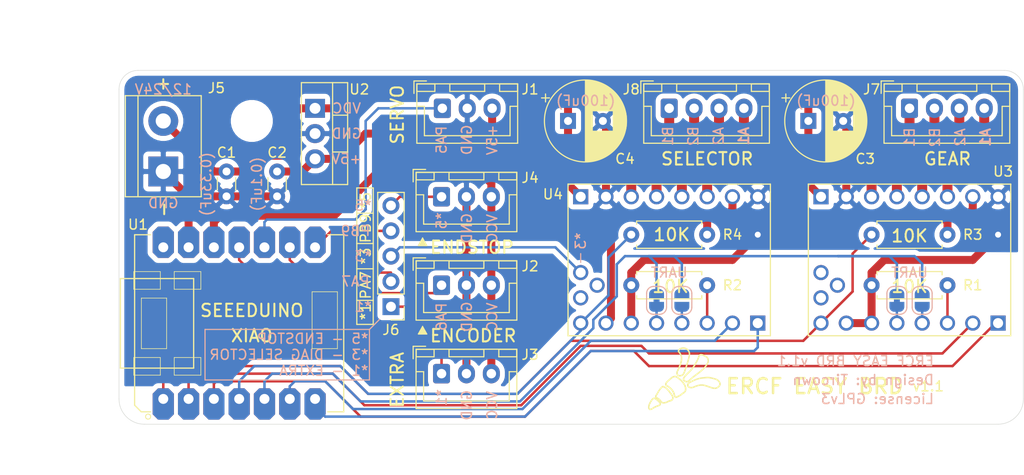
<source format=kicad_pcb>
(kicad_pcb (version 20171130) (host pcbnew "(5.1.9)-1")
  (title_block (title "ERCF EASY BRD") (date 02/06/2021) (rev v1.1) (company "The ERCF fanclub") (comment 1 "by Tircown"))
  (layers (0 F.Cu signal) (31 B.Cu signal) (35 F.Paste user) (36 B.SilkS user) (37 F.SilkS user) (38 B.Mask user) (39 F.Mask user) (44 Edge.Cuts user))
  (net 0 "")
  (net 1 VDC)
  (net 2 GND)
  (net 3 +5V)
  (net 4 "Net-(J3-Pad1)")
  (net 5 "Net-(J4-Pad1)")
  (net 6 ENCODER)
  (net 7 SERVO)
  (net 8 EXTRA)
  (net 9 S-MIN)
  (net 10 +3V3)
  (net 11 G-EN)
  (net 12 "Net-(R2-Pad1)")
  (net 13 S-EN)
  (net 14 UART)
  (net 15 S-STEP)
  (net 16 S-DIR)
  (net 17 G-STEP)
  (net 18 G-DIR)
  (net 19 "Net-(J6-Pad3)")
  (net 20 "Net-(J7-Pad4)")
  (net 21 "Net-(J7-Pad3)")
  (net 22 "Net-(J7-Pad2)")
  (net 23 "Net-(J7-Pad1)")
  (net 24 "Net-(J8-Pad1)")
  (net 25 "Net-(J8-Pad2)")
  (net 26 "Net-(J8-Pad3)")
  (net 27 "Net-(J8-Pad4)")
  (net 28 "Net-(R1-Pad1)")
  (net 29 "Net-(JP8-Pad2)")
  (net 30 "Net-(JP10-Pad2)")
  (net 31 "Net-(JP7-Pad1)")
  (net 32 "Net-(JP9-Pad1)")
  (module ercf-easy-brd:ercf-logo-mini (layer F.Cu) (at 133.604 138.938)
    (fp_text reference G*** hide)
    (fp_text value LOGO hide)
  )
  (module ercf-easy-brd:MODULE_TMC2209_SILENTSTEPSTICK (layer F.Cu) (at 132.08 127 270)
    (fp_text reference U4 (at -6.604 11.684 180) (layer F.SilkS))
    (fp_text value TMC2209_SILENTSTEPSTICK)
    (pad JP1_1 thru_hole rect (at 6.35 -8.89 270) (size 1.524 1.524) (drill 1.016) (layers *.Cu *.Mask) (net 16 S-DIR))
    (pad JP1_2 thru_hole circle (at 6.35 -6.35 270) (size 1.524 1.524) (drill 1.016) (layers *.Cu *.Mask) (net 15 S-STEP))
    (pad JP1_3 thru_hole circle (at 6.35 -3.81 270) (size 1.524 1.524) (drill 1.016) (layers *.Cu *.Mask) (net 12 "Net-(R2-Pad1)"))
    (pad JP1_4 thru_hole circle (at 6.35 -1.27 270) (size 1.524 1.524) (drill 1.016) (layers *.Cu *.Mask) (net 32 "Net-(JP9-Pad1)"))
    (pad JP1_5 thru_hole circle (at 6.35 1.27 270) (size 1.524 1.524) (drill 1.016) (layers *.Cu *.Mask) (net 30 "Net-(JP10-Pad2)"))
    (pad JP1_6 thru_hole circle (at 6.35 3.81 270) (size 1.524 1.524) (drill 1.016) (layers *.Cu *.Mask) (net 2 GND))
    (pad JP1_7 thru_hole circle (at 6.35 6.35 270) (size 1.524 1.524) (drill 1.016) (layers *.Cu *.Mask) (net 10 +3V3))
    (pad JP1_8 thru_hole circle (at 6.35 8.89 270) (size 1.524 1.524) (drill 1.016) (layers *.Cu *.Mask) (net 13 S-EN))
    (pad JP2_1 thru_hole rect (at -6.35 8.89 270) (size 1.524 1.524) (drill 1.016) (layers *.Cu *.Mask) (net 1 VDC))
    (pad JP2_2 thru_hole circle (at -6.35 6.35 270) (size 1.524 1.524) (drill 1.016) (layers *.Cu *.Mask) (net 2 GND))
    (pad JP2_5 thru_hole circle (at -6.35 3.81 270) (size 1.524 1.524) (drill 1.016) (layers *.Cu *.Mask) (net 24 "Net-(J8-Pad1)"))
    (pad JP2_4 thru_hole circle (at -6.35 1.27 270) (size 1.524 1.524) (drill 1.016) (layers *.Cu *.Mask) (net 25 "Net-(J8-Pad2)"))
    (pad JP2_3 thru_hole circle (at -6.35 -1.27 270) (size 1.524 1.524) (drill 1.016) (layers *.Cu *.Mask) (net 26 "Net-(J8-Pad3)"))
    (pad JP2_6 thru_hole circle (at -6.35 -3.81 270) (size 1.524 1.524) (drill 1.016) (layers *.Cu *.Mask) (net 27 "Net-(J8-Pad4)"))
    (pad JP2_7 thru_hole circle (at -6.35 -6.35 270) (size 1.524 1.524) (drill 1.016) (layers *.Cu *.Mask) (net 10 +3V3))
    (pad JP2_8 thru_hole circle (at -6.35 -8.89 270) (size 1.524 1.524) (drill 1.016) (layers *.Cu *.Mask) (net 2 GND))
    (pad JP5_1 thru_hole circle (at 3.81 8.89 270) (size 1.524 1.524) (drill 1.016) (layers *.Cu *.Mask))
    (pad JP4_1 thru_hole circle (at 1.27 8.89 270) (size 1.524 1.524) (drill 1.016) (layers *.Cu *.Mask) (net 19 "Net-(J6-Pad3)"))
    (pad JP3_1 thru_hole circle (at 2.54 7.239 270) (size 1.524 1.524) (drill 1.016) (layers *.Cu *.Mask))
  )
  (module ercf-easy-brd:MODULE_TMC2209_SILENTSTEPSTICK (layer F.Cu) (at 156.21 127 270)
    (fp_text reference U3 (at -8.89 -9.398 180) (layer F.SilkS))
    (fp_text value TMC2209_SILENTSTEPSTICK)
    (pad JP1_1 thru_hole rect (at 6.35 -8.89 270) (size 1.524 1.524) (drill 1.016) (layers *.Cu *.Mask) (net 18 G-DIR))
    (pad JP1_2 thru_hole circle (at 6.35 -6.35 270) (size 1.524 1.524) (drill 1.016) (layers *.Cu *.Mask) (net 17 G-STEP))
    (pad JP1_3 thru_hole circle (at 6.35 -3.81 270) (size 1.524 1.524) (drill 1.016) (layers *.Cu *.Mask) (net 28 "Net-(R1-Pad1)"))
    (pad JP1_4 thru_hole circle (at 6.35 -1.27 270) (size 1.524 1.524) (drill 1.016) (layers *.Cu *.Mask) (net 31 "Net-(JP7-Pad1)"))
    (pad JP1_5 thru_hole circle (at 6.35 1.27 270) (size 1.524 1.524) (drill 1.016) (layers *.Cu *.Mask) (net 29 "Net-(JP8-Pad2)"))
    (pad JP1_6 thru_hole circle (at 6.35 3.81 270) (size 1.524 1.524) (drill 1.016) (layers *.Cu *.Mask) (net 2 GND))
    (pad JP1_7 thru_hole circle (at 6.35 6.35 270) (size 1.524 1.524) (drill 1.016) (layers *.Cu *.Mask) (net 2 GND))
    (pad JP1_8 thru_hole circle (at 6.35 8.89 270) (size 1.524 1.524) (drill 1.016) (layers *.Cu *.Mask) (net 11 G-EN))
    (pad JP2_1 thru_hole rect (at -6.35 8.89 270) (size 1.524 1.524) (drill 1.016) (layers *.Cu *.Mask) (net 1 VDC))
    (pad JP2_2 thru_hole circle (at -6.35 6.35 270) (size 1.524 1.524) (drill 1.016) (layers *.Cu *.Mask) (net 2 GND))
    (pad JP2_5 thru_hole circle (at -6.35 3.81 270) (size 1.524 1.524) (drill 1.016) (layers *.Cu *.Mask) (net 23 "Net-(J7-Pad1)"))
    (pad JP2_4 thru_hole circle (at -6.35 1.27 270) (size 1.524 1.524) (drill 1.016) (layers *.Cu *.Mask) (net 22 "Net-(J7-Pad2)"))
    (pad JP2_3 thru_hole circle (at -6.35 -1.27 270) (size 1.524 1.524) (drill 1.016) (layers *.Cu *.Mask) (net 21 "Net-(J7-Pad3)"))
    (pad JP2_6 thru_hole circle (at -6.35 -3.81 270) (size 1.524 1.524) (drill 1.016) (layers *.Cu *.Mask) (net 20 "Net-(J7-Pad4)"))
    (pad JP2_7 thru_hole circle (at -6.35 -6.35 270) (size 1.524 1.524) (drill 1.016) (layers *.Cu *.Mask) (net 10 +3V3))
    (pad JP2_8 thru_hole circle (at -6.35 -8.89 270) (size 1.524 1.524) (drill 1.016) (layers *.Cu *.Mask) (net 2 GND))
    (pad JP5_1 thru_hole circle (at 3.81 8.89 270) (size 1.524 1.524) (drill 1.016) (layers *.Cu *.Mask))
    (pad JP4_1 thru_hole circle (at 1.27 8.89 270) (size 1.524 1.524) (drill 1.016) (layers *.Cu *.Mask))
    (pad JP3_1 thru_hole circle (at 2.54 7.239 270) (size 1.524 1.524) (drill 1.016) (layers *.Cu *.Mask))
  )
  (module ercf-easy-brd:SeeeduinoXIAO-MODULE14P (layer F.Cu) (at 81.28 133.35 90)
    (fp_text reference U1 (at 9.906 -2.54 180) (layer F.SilkS))
    (fp_text value SeeeduinoXIAO hide)
    (pad 14 thru_hole custom (at 7.62 0 90) (size 2 2) (drill 1) (layers *.Cu *.Mask) (options (clearance outline) (anchor circle)) (primitives (gr_poly (pts (xy 2.032 -0.508) (xy 2.032 0.508) (xy 1.524 1.016) (xy -0.508 1.016) (xy -1.016 0.508) (xy -1.016 -0.508) (xy -0.508 -1.016) (xy 1.524 -1.016)) (width 0.1))))
    (pad 12 thru_hole custom (at 7.62 5.08 90) (size 2 2) (drill 1) (layers *.Cu *.Mask) (net 10 +3V3) (options (clearance outline) (anchor circle)) (primitives (gr_poly (pts (xy 2.032 -0.508) (xy 2.032 0.508) (xy 1.524 1.016) (xy -0.508 1.016) (xy -1.016 0.508) (xy -1.016 -0.508) (xy -0.508 -1.016) (xy 1.524 -1.016)) (width 0.1))))
    (pad 13 thru_hole custom (at 7.62 2.54 90) (size 2 2) (drill 1) (layers *.Cu *.Mask) (net 2 GND) (options (clearance outline) (anchor circle)) (primitives (gr_poly (pts (xy 2.032 -0.508) (xy 2.032 0.508) (xy 1.524 1.016) (xy -0.508 1.016) (xy -1.016 0.508) (xy -1.016 -0.508) (xy -0.508 -1.016) (xy 1.524 -1.016)) (width 0.1))))
    (pad 11 thru_hole custom (at 7.62 7.62 90) (size 2 2) (drill 1) (layers *.Cu *.Mask) (net 6 ENCODER) (options (clearance outline) (anchor circle)) (primitives (gr_poly (pts (xy 2.032 -0.508) (xy 2.032 0.508) (xy 1.524 1.016) (xy -0.508 1.016) (xy -1.016 0.508) (xy -1.016 -0.508) (xy -0.508 -1.016) (xy 1.524 -1.016)) (width 0.1))))
    (pad 8 thru_hole custom (at 7.62 15.24 90) (size 2 2) (drill 1) (layers *.Cu *.Mask) (net 9 S-MIN) (options (clearance outline) (anchor circle)) (primitives (gr_poly (pts (xy 2.032 -0.508) (xy 2.032 0.508) (xy 1.524 1.016) (xy -0.508 1.016) (xy -1.016 0.508) (xy -1.016 -0.508) (xy -0.508 -1.016) (xy 1.524 -1.016)) (width 0.1))))
    (pad 9 thru_hole custom (at 7.62 12.7 90) (size 2 2) (drill 1) (layers *.Cu *.Mask) (net 8 EXTRA) (options (clearance outline) (anchor circle)) (primitives (gr_poly (pts (xy 2.032 -0.508) (xy 2.032 0.508) (xy 1.524 1.016) (xy -0.508 1.016) (xy -1.016 0.508) (xy -1.016 -0.508) (xy -0.508 -1.016) (xy 1.524 -1.016)) (width 0.1))))
    (pad 10 thru_hole custom (at 7.62 10.16 90) (size 2 2) (drill 1) (layers *.Cu *.Mask) (net 7 SERVO) (options (clearance outline) (anchor circle)) (primitives (gr_poly (pts (xy 2.032 -0.508) (xy 2.032 0.508) (xy 1.524 1.016) (xy -0.508 1.016) (xy -1.016 0.508) (xy -1.016 -0.508) (xy -0.508 -1.016) (xy 1.524 -1.016)) (width 0.1))))
    (pad 7 thru_hole custom (at -7.62 15.24 90) (size 2 2) (drill 1) (layers *.Cu *.Mask) (net 16 S-DIR) (options (clearance outline) (anchor circle)) (primitives (gr_poly (pts (xy 1.016 -0.508) (xy 1.016 0.508) (xy 0.508 1.016) (xy -1.524 1.016) (xy -2.032 0.508) (xy -2.032 -0.508) (xy -1.524 -1.016) (xy 0.508 -1.016)) (width 0.1))))
    (pad 6 thru_hole custom (at -7.62 12.7 90) (size 2 2) (drill 1) (layers *.Cu *.Mask) (net 15 S-STEP) (options (clearance outline) (anchor circle)) (primitives (gr_poly (pts (xy 1.016 -0.508) (xy 1.016 0.508) (xy 0.508 1.016) (xy -1.524 1.016) (xy -2.032 0.508) (xy -2.032 -0.508) (xy -1.524 -1.016) (xy 0.508 -1.016)) (width 0.1))))
    (pad 5 thru_hole custom (at -7.62 10.16 90) (size 2 2) (drill 1) (layers *.Cu *.Mask) (net 14 UART) (options (clearance outline) (anchor circle)) (primitives (gr_poly (pts (xy 1.016 -0.508) (xy 1.016 0.508) (xy 0.508 1.016) (xy -1.524 1.016) (xy -2.032 0.508) (xy -2.032 -0.508) (xy -1.524 -1.016) (xy 0.508 -1.016)) (width 0.1))))
    (pad 1 thru_hole custom (at -7.62 0 90) (size 2 2) (drill 1) (layers *.Cu *.Mask) (net 11 G-EN) (options (clearance outline) (anchor circle)) (primitives (gr_poly (pts (xy 1.016 -0.508) (xy 1.016 0.508) (xy 0.508 1.016) (xy -1.524 1.016) (xy -2.032 0.508) (xy -2.032 -0.508) (xy -1.524 -1.016) (xy 0.508 -1.016)) (width 0.1))))
    (pad 2 thru_hole custom (at -7.62 2.54 90) (size 2 2) (drill 1) (layers *.Cu *.Mask) (net 17 G-STEP) (options (clearance outline) (anchor circle)) (primitives (gr_poly (pts (xy 1.016 -0.508) (xy 1.016 0.508) (xy 0.508 1.016) (xy -1.524 1.016) (xy -2.032 0.508) (xy -2.032 -0.508) (xy -1.524 -1.016) (xy 0.508 -1.016)) (width 0.1))))
    (pad 3 thru_hole custom (at -7.62 5.08 90) (size 2 2) (drill 1) (layers *.Cu *.Mask) (net 18 G-DIR) (options (clearance outline) (anchor circle)) (primitives (gr_poly (pts (xy 1.016 -0.508) (xy 1.016 0.508) (xy 0.508 1.016) (xy -1.524 1.016) (xy -2.032 0.508) (xy -2.032 -0.508) (xy -1.524 -1.016) (xy 0.508 -1.016)) (width 0.1))))
    (pad 4 thru_hole custom (at -7.62 7.62 90) (size 2 2) (drill 1) (layers *.Cu *.Mask) (net 13 S-EN) (options (clearance outline) (anchor circle)) (primitives (gr_poly (pts (xy 1.016 -0.508) (xy 1.016 0.508) (xy 0.508 1.016) (xy -1.524 1.016) (xy -2.032 0.508) (xy -2.032 -0.508) (xy -1.524 -1.016) (xy 0.508 -1.016)) (width 0.1))))
    (pad 20 smd circle (at 1.323403 1.853633 180) (size 1.143 1.143) (layers F.Cu F.Paste F.Mask))
    (pad 19 smd circle (at -1.216597 1.853633 180) (size 1.143 1.143) (layers F.Cu F.Paste F.Mask))
    (pad 18 smd circle (at 1.323403 -0.686367 180) (size 1.143 1.143) (layers F.Cu F.Paste F.Mask))
    (pad 17 smd circle (at -1.216597 -0.686367 180) (size 1.143 1.143) (layers F.Cu F.Paste F.Mask))
    (pad 16 smd oval (at 1.3346 16.31782 180) (size 2.032 1.016) (layers F.Cu F.Paste F.Mask))
    (pad 15 smd oval (at -1.2154 16.31782 180) (size 2.032 1.016) (layers F.Cu F.Paste F.Mask))
  )
  (module ercf-easy-brd:PinHeader_1x05_P2.54mm_Vertical_2 (layer F.Cu) (at 104.14 131.699 180)
    (fp_text reference J6 (at 0 -2.33) (layer F.SilkS))
    (fp_text value Conn_01x05_Male)
    (pad 5 thru_hole oval (at 0 10.16 180) (size 1.7 1.7) (drill 1) (layers *.Cu *.Mask) (net 5 "Net-(J4-Pad1)"))
    (pad 4 thru_hole oval (at 0 7.62 180) (size 1.7 1.7) (drill 1) (layers *.Cu *.Mask) (net 9 S-MIN))
    (pad 3 thru_hole oval (at 0 5.08 180) (size 1.7 1.7) (drill 1) (layers *.Cu *.Mask) (net 19 "Net-(J6-Pad3)"))
    (pad 2 thru_hole oval (at 0 2.54 180) (size 1.7 1.7) (drill 1) (layers *.Cu *.Mask) (net 8 EXTRA))
    (pad 1 thru_hole rect (at 0 0 180) (size 1.7 1.7) (drill 1) (layers *.Cu *.Mask) (net 4 "Net-(J3-Pad1)"))
  )
  (module ercf-easy-brd:TerminalBlock_bornier-2_P5.08mm_2 (layer F.Cu) (at 81.28 113.03 270)
    (fp_text reference J5 (at -3.302 -5.334 180) (layer F.SilkS))
    (fp_text value Screw_Terminal_01x02)
    (pad 2 thru_hole circle (at 0 0 270) (size 3 3) (drill 1.52) (layers *.Cu *.Mask) (net 1 VDC))
    (pad 1 thru_hole rect (at 5.08 0 270) (size 3 3) (drill 1.52) (layers *.Cu *.Mask) (net 2 GND))
  )
  (module Jumper:SolderJumper-2_P1.3mm_Bridged_RoundedPad1.0x1.5mm (layer B.Cu) (at 130.81 131.064 270)
    (fp_text reference JP10 hide)
    (fp_text value Jumper_NC_Small)
    (fp_poly (pts (xy 0.25 0.3) (xy -0.25 0.3) (xy -0.25 -0.3) (xy 0.25 -0.3)) (layer B.Cu) (width 0))
    (pad 1 smd custom (at -0.65 0 270) (size 1 0.5) (layers B.Cu B.Mask) (net 14 UART) (options (clearance outline) (anchor rect)) (primitives (gr_circle (center 0 -0.25) (end 0.5 -0.25) (width 0)) (gr_circle (center 0 0.25) (end 0.5 0.25) (width 0)) (gr_poly (pts (xy 0 0.75) (xy 0.5 0.75) (xy 0.5 -0.75) (xy 0 -0.75)) (width 0))))
    (pad 2 smd custom (at 0.65 0 270) (size 1 0.5) (layers B.Cu B.Mask) (net 30 "Net-(JP10-Pad2)") (options (clearance outline) (anchor rect)) (primitives (gr_circle (center 0 -0.25) (end 0.5 -0.25) (width 0)) (gr_circle (center 0 0.25) (end 0.5 0.25) (width 0)) (gr_poly (pts (xy 0 0.75) (xy -0.5 0.75) (xy -0.5 -0.75) (xy 0 -0.75)) (width 0))))
  )
  (module Jumper:SolderJumper-2_P1.3mm_Open_RoundedPad1.0x1.5mm (layer B.Cu) (at 133.35 131.064 90)
    (fp_text reference JP9 hide)
    (fp_text value Jumper_NO_Small)
    (pad 2 smd custom (at 0.65 0 90) (size 1 0.5) (layers B.Cu B.Mask) (net 14 UART) (options (clearance outline) (anchor rect)) (primitives (gr_circle (center 0 -0.25) (end 0.5 -0.25) (width 0)) (gr_circle (center 0 0.25) (end 0.5 0.25) (width 0)) (gr_poly (pts (xy 0 0.75) (xy -0.5 0.75) (xy -0.5 -0.75) (xy 0 -0.75)) (width 0))))
    (pad 1 smd custom (at -0.65 0 90) (size 1 0.5) (layers B.Cu B.Mask) (net 32 "Net-(JP9-Pad1)") (options (clearance outline) (anchor rect)) (primitives (gr_circle (center 0 -0.25) (end 0.5 -0.25) (width 0)) (gr_circle (center 0 0.25) (end 0.5 0.25) (width 0)) (gr_poly (pts (xy 0 0.75) (xy 0.5 0.75) (xy 0.5 -0.75) (xy 0 -0.75)) (width 0))))
  )
  (module Jumper:SolderJumper-2_P1.3mm_Bridged_RoundedPad1.0x1.5mm (layer B.Cu) (at 154.94 131.064 270)
    (fp_text reference JP8 hide)
    (fp_text value Jumper_NC_Small)
    (fp_poly (pts (xy 0.25 0.3) (xy -0.25 0.3) (xy -0.25 -0.3) (xy 0.25 -0.3)) (layer B.Cu) (width 0))
    (pad 2 smd custom (at 0.65 0 270) (size 1 0.5) (layers B.Cu B.Mask) (net 29 "Net-(JP8-Pad2)") (options (clearance outline) (anchor rect)) (primitives (gr_circle (center 0 -0.25) (end 0.5 -0.25) (width 0)) (gr_circle (center 0 0.25) (end 0.5 0.25) (width 0)) (gr_poly (pts (xy 0 0.75) (xy -0.5 0.75) (xy -0.5 -0.75) (xy 0 -0.75)) (width 0))))
    (pad 1 smd custom (at -0.65 0 270) (size 1 0.5) (layers B.Cu B.Mask) (net 14 UART) (options (clearance outline) (anchor rect)) (primitives (gr_circle (center 0 -0.25) (end 0.5 -0.25) (width 0)) (gr_circle (center 0 0.25) (end 0.5 0.25) (width 0)) (gr_poly (pts (xy 0 0.75) (xy 0.5 0.75) (xy 0.5 -0.75) (xy 0 -0.75)) (width 0))))
  )
  (module Jumper:SolderJumper-2_P1.3mm_Open_RoundedPad1.0x1.5mm (layer B.Cu) (at 157.48 131.064 90)
    (fp_text reference JP7 hide)
    (fp_text value Jumper_NO_Small)
    (pad 2 smd custom (at 0.65 0 90) (size 1 0.5) (layers B.Cu B.Mask) (net 14 UART) (options (clearance outline) (anchor rect)) (primitives (gr_circle (center 0 -0.25) (end 0.5 -0.25) (width 0)) (gr_circle (center 0 0.25) (end 0.5 0.25) (width 0)) (gr_poly (pts (xy 0 0.75) (xy -0.5 0.75) (xy -0.5 -0.75) (xy 0 -0.75)) (width 0))))
    (pad 1 smd custom (at -0.65 0 90) (size 1 0.5) (layers B.Cu B.Mask) (net 31 "Net-(JP7-Pad1)") (options (clearance outline) (anchor rect)) (primitives (gr_circle (center 0 -0.25) (end 0.5 -0.25) (width 0)) (gr_circle (center 0 0.25) (end 0.5 0.25) (width 0)) (gr_poly (pts (xy 0 0.75) (xy 0.5 0.75) (xy 0.5 -0.75) (xy 0 -0.75)) (width 0))))
  )
  (module Connector_JST:JST_XH_B3B-XH-A_1x03_P2.50mm_Vertical (layer F.Cu) (at 109.22 129.54)
    (fp_text reference J2 (at 8.89 -1.905) (layer F.SilkS))
    (fp_text value Conn_01x03_Male)
    (pad 3 thru_hole oval (at 5 0) (size 1.7 1.95) (drill 0.95) (layers *.Cu *.Mask) (net 10 +3V3))
    (pad 2 thru_hole oval (at 2.5 0) (size 1.7 1.95) (drill 0.95) (layers *.Cu *.Mask) (net 2 GND))
    (pad 1 thru_hole roundrect (at 0 0) (size 1.7 1.95) (drill 0.95) (layers *.Cu *.Mask) (roundrect_rratio 0.1470588235294118) (net 6 ENCODER))
  )
  (module MountingHole:MountingHole_3.2mm_M3 (layer F.Cu) (at 126.365 139.7)
    (fp_text reference H3 hide)
    (fp_text value MountingHole)
    (pad 1 np_thru_hole circle (at 0 0) (size 3.2 3.2) (drill 3.2) (layers *.Cu *.Mask))
  )
  (module Capacitor_THT:C_Disc_D3.0mm_W1.6mm_P2.50mm (layer F.Cu) (at 92.71 118.11 270)
    (fp_text reference C2 (at -1.905 0 180) (layer F.SilkS))
    (fp_text value 0.1uF)
    (pad 1 thru_hole circle (at 0 0 270) (size 1.6 1.6) (drill 0.8) (layers *.Cu *.Mask) (net 3 +5V))
    (pad 2 thru_hole circle (at 2.5 0 270) (size 1.6 1.6) (drill 0.8) (layers *.Cu *.Mask) (net 2 GND))
  )
  (module Package_TO_SOT_THT:TO-220-3_Vertical (layer F.Cu) (at 96.52 111.76 270)
    (fp_text reference U2 (at -1.905 -4.445 180) (layer F.SilkS))
    (fp_text value L7805)
    (pad 1 thru_hole rect (at 0 0 270) (size 1.905 2) (drill 1.1) (layers *.Cu *.Mask) (net 1 VDC))
    (pad 2 thru_hole oval (at 2.54 0 270) (size 1.905 2) (drill 1.1) (layers *.Cu *.Mask) (net 2 GND))
    (pad 3 thru_hole oval (at 5.08 0 270) (size 1.905 2) (drill 1.1) (layers *.Cu *.Mask) (net 3 +5V))
  )
  (module Resistor_THT:R_Axial_DIN0207_L6.3mm_D2.5mm_P7.62mm_Horizontal (layer F.Cu) (at 128.27 124.46)
    (fp_text reference R4 (at 10.16 0) (layer F.SilkS))
    (fp_text value 10k)
    (pad 2 thru_hole oval (at 7.62 0) (size 1.6 1.6) (drill 0.8) (layers *.Cu *.Mask) (net 10 +3V3))
    (pad 1 thru_hole circle (at 0 0) (size 1.6 1.6) (drill 0.8) (layers *.Cu *.Mask) (net 13 S-EN))
  )
  (module Resistor_THT:R_Axial_DIN0207_L6.3mm_D2.5mm_P7.62mm_Horizontal (layer F.Cu) (at 152.4 124.46)
    (fp_text reference R3 (at 10.16 0) (layer F.SilkS))
    (fp_text value 10k)
    (pad 2 thru_hole oval (at 7.62 0) (size 1.6 1.6) (drill 0.8) (layers *.Cu *.Mask) (net 10 +3V3))
    (pad 1 thru_hole circle (at 0 0) (size 1.6 1.6) (drill 0.8) (layers *.Cu *.Mask) (net 11 G-EN))
  )
  (module Resistor_THT:R_Axial_DIN0207_L6.3mm_D2.5mm_P7.62mm_Horizontal (layer F.Cu) (at 135.89 129.54 180)
    (fp_text reference R2 (at -2.54 0) (layer F.SilkS))
    (fp_text value 10k)
    (pad 2 thru_hole oval (at 7.62 0 180) (size 1.6 1.6) (drill 0.8) (layers *.Cu *.Mask) (net 2 GND))
    (pad 1 thru_hole circle (at 0 0 180) (size 1.6 1.6) (drill 0.8) (layers *.Cu *.Mask) (net 12 "Net-(R2-Pad1)"))
  )
  (module Resistor_THT:R_Axial_DIN0207_L6.3mm_D2.5mm_P7.62mm_Horizontal (layer F.Cu) (at 160.02 129.54 180)
    (fp_text reference R1 (at -2.54 0) (layer F.SilkS))
    (fp_text value 10k)
    (pad 2 thru_hole oval (at 7.62 0 180) (size 1.6 1.6) (drill 0.8) (layers *.Cu *.Mask) (net 2 GND))
    (pad 1 thru_hole circle (at 0 0 180) (size 1.6 1.6) (drill 0.8) (layers *.Cu *.Mask) (net 28 "Net-(R1-Pad1)"))
  )
  (module Connector_JST:JST_XH_B4B-XH-A_1x04_P2.50mm_Vertical (layer F.Cu) (at 132.08 111.76)
    (fp_text reference J8 (at -3.81 -1.905) (layer F.SilkS))
    (fp_text value Conn_01x04_Male)
    (pad 1 thru_hole roundrect (at 0 0) (size 1.7 1.95) (drill 0.95) (layers *.Cu *.Mask) (roundrect_rratio 0.1470588235294118) (net 24 "Net-(J8-Pad1)"))
    (pad 2 thru_hole oval (at 2.5 0) (size 1.7 1.95) (drill 0.95) (layers *.Cu *.Mask) (net 25 "Net-(J8-Pad2)"))
    (pad 3 thru_hole oval (at 5 0) (size 1.7 1.95) (drill 0.95) (layers *.Cu *.Mask) (net 26 "Net-(J8-Pad3)"))
    (pad 4 thru_hole oval (at 7.5 0) (size 1.7 1.95) (drill 0.95) (layers *.Cu *.Mask) (net 27 "Net-(J8-Pad4)"))
  )
  (module Connector_JST:JST_XH_B4B-XH-A_1x04_P2.50mm_Vertical (layer F.Cu) (at 156.21 111.76)
    (fp_text reference J7 (at -3.81 -1.905) (layer F.SilkS))
    (fp_text value Conn_01x04_Male)
    (pad 4 thru_hole oval (at 7.5 0) (size 1.7 1.95) (drill 0.95) (layers *.Cu *.Mask) (net 20 "Net-(J7-Pad4)"))
    (pad 3 thru_hole oval (at 5 0) (size 1.7 1.95) (drill 0.95) (layers *.Cu *.Mask) (net 21 "Net-(J7-Pad3)"))
    (pad 2 thru_hole oval (at 2.5 0) (size 1.7 1.95) (drill 0.95) (layers *.Cu *.Mask) (net 22 "Net-(J7-Pad2)"))
    (pad 1 thru_hole roundrect (at 0 0) (size 1.7 1.95) (drill 0.95) (layers *.Cu *.Mask) (roundrect_rratio 0.1470588235294118) (net 23 "Net-(J7-Pad1)"))
  )
  (module Connector_JST:JST_XH_B3B-XH-A_1x03_P2.50mm_Vertical (layer F.Cu) (at 109.22 120.65)
    (fp_text reference J4 (at 8.89 -1.905) (layer F.SilkS))
    (fp_text value Conn_01x03_Male)
    (pad 3 thru_hole oval (at 5 0) (size 1.7 1.95) (drill 0.95) (layers *.Cu *.Mask) (net 10 +3V3))
    (pad 2 thru_hole oval (at 2.5 0) (size 1.7 1.95) (drill 0.95) (layers *.Cu *.Mask) (net 2 GND))
    (pad 1 thru_hole roundrect (at 0 0) (size 1.7 1.95) (drill 0.95) (layers *.Cu *.Mask) (roundrect_rratio 0.1470588235294118) (net 5 "Net-(J4-Pad1)"))
  )
  (module Connector_JST:JST_XH_B3B-XH-A_1x03_P2.50mm_Vertical (layer F.Cu) (at 109.22 138.43)
    (fp_text reference J3 (at 8.89 -1.905) (layer F.SilkS))
    (fp_text value Conn_01x03_Male)
    (pad 3 thru_hole oval (at 5 0) (size 1.7 1.95) (drill 0.95) (layers *.Cu *.Mask) (net 10 +3V3))
    (pad 2 thru_hole oval (at 2.5 0) (size 1.7 1.95) (drill 0.95) (layers *.Cu *.Mask) (net 2 GND))
    (pad 1 thru_hole roundrect (at 0 0) (size 1.7 1.95) (drill 0.95) (layers *.Cu *.Mask) (roundrect_rratio 0.1470588235294118) (net 4 "Net-(J3-Pad1)"))
  )
  (module Connector_JST:JST_XH_B3B-XH-A_1x03_P2.50mm_Vertical (layer F.Cu) (at 109.3 111.76)
    (fp_text reference J1 (at 8.81 -1.905) (layer F.SilkS))
    (fp_text value Conn_01x03_Male)
    (pad 3 thru_hole oval (at 5 0) (size 1.7 1.95) (drill 0.95) (layers *.Cu *.Mask) (net 3 +5V))
    (pad 2 thru_hole oval (at 2.5 0) (size 1.7 1.95) (drill 0.95) (layers *.Cu *.Mask) (net 2 GND))
    (pad 1 thru_hole roundrect (at 0 0) (size 1.7 1.95) (drill 0.95) (layers *.Cu *.Mask) (roundrect_rratio 0.1470588235294118) (net 7 SERVO))
  )
  (module MountingHole:MountingHole_3.2mm_M3 (layer F.Cu) (at 90.17 113.03)
    (fp_text reference H2 hide)
    (fp_text value MountingHole)
    (pad 1 np_thru_hole circle (at 0 0) (size 3.2 3.2) (drill 3.2) (layers *.Cu *.Mask))
  )
  (module MountingHole:MountingHole_3.2mm_M3 (layer F.Cu) (at 163.83 139.7)
    (fp_text reference H1 hide)
    (fp_text value MountingHole)
    (pad 1 np_thru_hole circle (at 0 0) (size 3.2 3.2) (drill 3.2) (layers *.Cu *.Mask))
  )
  (module Capacitor_THT:CP_Radial_D8.0mm_P3.50mm (layer F.Cu) (at 121.92 113.03)
    (fp_text reference C4 (at 5.715 3.81) (layer F.SilkS))
    (fp_text value 100uF)
    (pad 2 thru_hole circle (at 3.5 0) (size 1.6 1.6) (drill 0.8) (layers *.Cu *.Mask) (net 2 GND))
    (pad 1 thru_hole rect (at 0 0) (size 1.6 1.6) (drill 0.8) (layers *.Cu *.Mask) (net 1 VDC))
  )
  (module Capacitor_THT:CP_Radial_D8.0mm_P3.50mm (layer F.Cu) (at 146.05 113.03)
    (fp_text reference C3 (at 5.715 3.81) (layer F.SilkS))
    (fp_text value 100uF)
    (pad 2 thru_hole circle (at 3.5 0) (size 1.6 1.6) (drill 0.8) (layers *.Cu *.Mask) (net 2 GND))
    (pad 1 thru_hole rect (at 0 0) (size 1.6 1.6) (drill 0.8) (layers *.Cu *.Mask) (net 1 VDC))
  )
  (module Capacitor_THT:C_Disc_D3.0mm_W1.6mm_P2.50mm (layer F.Cu) (at 87.63 118.11 270)
    (fp_text reference C1 (at -1.905 0 180) (layer F.SilkS))
    (fp_text value 0.33uF)
    (pad 2 thru_hole circle (at 2.5 0 270) (size 1.6 1.6) (drill 0.8) (layers *.Cu *.Mask) (net 2 GND))
    (pad 1 thru_hole circle (at 0 0 270) (size 1.6 1.6) (drill 0.8) (layers *.Cu *.Mask) (net 1 VDC))
  )
  (gr_text "ERCF EASY BRD v1.1" (at 158.75 137.16) (layer B.SilkS) (effects (font (size 1 1)) (justify left mirror)))
  (gr_text "License: GPLv3" (at 158.75 140.97) (layer B.SilkS) (effects (font (size 1 1)) (justify left mirror)))
  (gr_text "Design by: Tircown" (at 158.75 139.065) (layer B.SilkS) (effects (font (size 1 1)) (justify left mirror)))
  (gr_text UART (at 132.08 128.27) (layer B.SilkS) (effects (font (size 1 1)) (justify mirror)))
  (gr_text UART (at 156.21 128.27) (layer B.SilkS) (effects (font (size 1 1)) (justify mirror)))
  (gr_text - (at 81.28 121.92 90) (layer F.SilkS) (effects (font (size 1.25 1.25) (thickness 0.2))))
  (gr_text + (at 81.28 109.22) (layer F.SilkS) (effects (font (size 1.25 1.25) (thickness 0.2))))
  (gr_text GND (at 81.28 121.285) (layer B.SilkS) (effects (font (size 1 1)) (justify mirror)))
  (gr_text 12/24V (at 81.28 109.855) (layer B.SilkS) (effects (font (size 1 1)) (justify mirror)))
  (gr_text "(100uF)" (at 147.828 110.998) (layer B.SilkS) (effects (font (size 1 1)) (justify mirror)))
  (gr_text "(100uF)" (at 123.698 110.998) (layer B.SilkS) (effects (font (size 1 1)) (justify mirror)))
  (gr_text "(0.1uF)" (at 90.678 119.38 90) (layer B.SilkS) (effects (font (size 1 1)) (justify mirror)))
  (gr_text "(0.33uF)" (at 85.598 119.38 90) (layer B.SilkS) (effects (font (size 1 1)) (justify mirror)))
  (gr_text 10K (at 132.334 124.46) (layer F.SilkS) (effects (font (size 1.25 1.25) (thickness 0.2))))
  (gr_text 10K (at 132.207 129.667) (layer F.SilkS) (effects (font (size 1.25 1.25) (thickness 0.2))))
  (gr_text 10K (at 156.21 129.667) (layer F.SilkS) (effects (font (size 1.25 1.25) (thickness 0.2))))
  (gr_text 10K (at 156.21 124.587) (layer F.SilkS) (effects (font (size 1.25 1.25) (thickness 0.2))))
  (gr_line (start 102.362 122.301) (end 100.711 122.301) (layer F.SilkS) (width 0.12))
  (gr_line (start 102.362 131.064) (end 100.711 131.064) (layer F.SilkS) (width 0.12))
  (gr_line (start 102.362 125.349) (end 100.711 125.349) (layer F.SilkS) (width 0.12))
  (gr_line (start 102.362 133.477) (end 102.362 119.761) (layer F.SilkS) (width 0.12))
  (gr_line (start 102.362 127.889) (end 100.711 127.889) (layer F.SilkS) (width 0.12))
  (gr_line (start 100.711 133.477) (end 102.362 133.477) (layer F.SilkS) (width 0.12))
  (gr_line (start 100.711 119.761) (end 100.711 133.477) (layer F.SilkS) (width 0.12))
  (gr_line (start 102.362 119.761) (end 100.711 119.761) (layer F.SilkS) (width 0.12))
  (gr_text PA7 (at 101.6 129.54 90) (layer F.SilkS) (effects (font (size 1 1))))
  (gr_text *1 (at 101.6 132.207 90) (layer F.SilkS) (effects (font (size 1 1))))
  (gr_text *3 (at 101.6 126.619 90) (layer F.SilkS) (effects (font (size 1 1))))
  (gr_text PB9 (at 101.6 123.825 90) (layer F.SilkS) (effects (font (size 1 1))))
  (gr_text *5 (at 101.6 121.031 90) (layer F.SilkS) (effects (font (size 1 1))))
  (gr_text XIAO (at 90.17 134.62) (layer F.SilkS) (effects (font (size 1.25 1.25) (thickness 0.2))))
  (gr_text SEEEDUINO (at 90.17 132.08) (layer F.SilkS) (effects (font (size 1.25 1.25) (thickness 0.2))))
  (gr_text ▲ (at 107.315 133.985) (layer F.SilkS) (effects (font (size 1 1) (thickness 0.1))))
  (gr_text ▲ (at 107.315 125.095) (layer F.SilkS) (effects (font (size 1 1) (thickness 0.1))))
  (gr_text EXTRA (at 104.775 139.065 90) (layer F.SilkS) (effects (font (size 1.25 1.25) (thickness 0.2))))
  (gr_text ENCODER (at 107.95 134.62) (layer F.SilkS) (effects (font (size 1.25 1.25) (thickness 0.2)) (justify left)))
  (gr_text ENDSTOP (at 107.95 125.73) (layer F.SilkS) (effects (font (size 1.25 1.25) (thickness 0.2)) (justify left)))
  (gr_text SERVO (at 104.775 112.395 90) (layer F.SilkS) (effects (font (size 1.25 1.25) (thickness 0.2))))
  (gr_line (start 123.19 126.365) (end 123.19 127.254) (layer B.SilkS) (width 0.12))
  (gr_line (start 101.981 133.985) (end 102.997 132.969) (layer B.SilkS) (width 0.12))
  (gr_line (start 101.981 139.065) (end 101.981 133.985) (layer B.SilkS) (width 0.12))
  (gr_line (start 85.471 139.065) (end 101.981 139.065) (layer B.SilkS) (width 0.12))
  (gr_line (start 85.471 133.985) (end 85.471 139.065) (layer B.SilkS) (width 0.12))
  (gr_line (start 101.981 133.985) (end 85.471 133.985) (layer B.SilkS) (width 0.12))
  (gr_text "*5 - ENDSTOP\n*3 - DIAG SELECTOR\n*1 - EXTRA" (at 101.981 136.525) (layer B.SilkS) (effects (font (size 1 1)) (justify left mirror)))
  (gr_text "*1  " (at 100.584 131.699) (layer B.SilkS) (effects (font (size 1 1)) (justify mirror)))
  (gr_text "*5  " (at 100.584 121.539) (layer B.SilkS) (effects (font (size 1 1)) (justify mirror)))
  (gr_text "*3  " (at 100.584 126.619) (layer B.SilkS) (effects (font (size 1 1)) (justify mirror)))
  (gr_text *3 (at 123.19 125.095 90) (layer B.SilkS) (effects (font (size 1 1)) (justify mirror)))
  (gr_text PB9 (at 100.584 124.079) (layer B.SilkS) (effects (font (size 1 1)) (justify mirror)))
  (gr_text PA7 (at 100.584 129.159) (layer B.SilkS) (effects (font (size 1 1)) (justify mirror)))
  (gr_text +5V (at 114.3 114.935 90) (layer B.SilkS) (effects (font (size 1 1)) (justify mirror)))
  (gr_text GND (at 111.76 114.935 90) (layer B.SilkS) (effects (font (size 1 1)) (justify mirror)))
  (gr_text PA5 (at 109.22 114.935 90) (layer B.SilkS) (effects (font (size 1 1)) (justify mirror)))
  (gr_text VDC (at 99.695 111.76) (layer B.SilkS) (effects (font (size 1 1)) (justify mirror)))
  (gr_text +5V (at 99.695 116.84) (layer B.SilkS) (effects (font (size 1 1)) (justify mirror)))
  (gr_text GND (at 99.695 114.3) (layer B.SilkS) (effects (font (size 1 1)) (justify mirror)))
  (gr_text "*1  " (at 109.22 141.605 90) (layer B.SilkS) (effects (font (size 1 1)) (justify mirror)))
  (gr_text GND (at 111.76 141.605 90) (layer B.SilkS) (effects (font (size 1 1)) (justify mirror)))
  (gr_text VCC (at 114.3 141.605 90) (layer B.SilkS) (effects (font (size 1 1)) (justify mirror)))
  (gr_text PA6 (at 109.22 132.715 90) (layer B.SilkS) (effects (font (size 1 1)) (justify mirror)))
  (gr_text GND (at 111.76 132.715 90) (layer B.SilkS) (effects (font (size 1 1)) (justify mirror)))
  (gr_text VCC (at 114.3 132.715 90) (layer B.SilkS) (effects (font (size 1 1)) (justify mirror)))
  (gr_text VCC (at 114.3 123.825 90) (layer B.SilkS) (effects (font (size 1 1)) (justify mirror)))
  (gr_text GND (at 111.76 123.825 90) (layer B.SilkS) (effects (font (size 1 1)) (justify mirror)))
  (gr_text "*5  " (at 109.22 123.825 90) (layer B.SilkS) (effects (font (size 1 1)) (justify mirror)))
  (gr_text A1 (at 139.573 114.554 90) (layer B.SilkS) (effects (font (size 1 1) (thickness 0.2)) (justify mirror)))
  (gr_text B1 (at 131.953 114.554 90) (layer B.SilkS) (effects (font (size 1 1)) (justify mirror)))
  (gr_text A2 (at 137.033 114.554 90) (layer B.SilkS) (effects (font (size 1 1)) (justify mirror)))
  (gr_text B2 (at 134.493 114.554 90) (layer B.SilkS) (effects (font (size 1 1)) (justify mirror)))
  (gr_text B1 (at 156.21 114.681 90) (layer B.SilkS) (effects (font (size 1 1)) (justify mirror)))
  (gr_text B2 (at 158.75 114.681 90) (layer B.SilkS) (effects (font (size 1 1)) (justify mirror)))
  (gr_text A2 (at 161.29 114.681 90) (layer B.SilkS) (effects (font (size 1 1)) (justify mirror)))
  (gr_text A1 (at 163.83 114.681 90) (layer B.SilkS) (effects (font (size 1 1) (thickness 0.2)) (justify mirror)))
  (gr_text SELECTOR (at 135.89 116.84) (layer F.SilkS) (effects (font (size 1.25 1.25) (thickness 0.2))))
  (gr_text GEAR (at 160.02 116.84) (layer F.SilkS) (effects (font (size 1.25 1.25) (thickness 0.2))))
  (gr_line (start 76.835 109.855) (end 76.835 140.97) (layer Edge.Cuts) (width 0.05))
  (gr_line (start 165.735 107.95) (end 78.74 107.95) (layer Edge.Cuts) (width 0.05))
  (gr_line (start 167.64 140.97) (end 167.64 109.855) (layer Edge.Cuts) (width 0.05))
  (gr_line (start 79.375 143.51) (end 165.1 143.51) (layer Edge.Cuts) (width 0.05))
  (gr_arc (start 79.375 140.97) (end 76.835 140.97) (angle -90) (layer Edge.Cuts) (width 0.05))
  (gr_arc (start 165.1 140.97) (end 165.1 143.51) (angle -90) (layer Edge.Cuts) (width 0.05))
  (gr_arc (start 165.735 109.855) (end 167.64 109.855) (angle -90) (layer Edge.Cuts) (width 0.05))
  (gr_arc (start 78.74 109.855) (end 78.74 107.95) (angle -90) (layer Edge.Cuts) (width 0.05))
  (gr_text v1.1 (at 159.766 139.7) (layer F.SilkS) (effects (font (size 1 1)) (justify right)))
  (gr_text "ERCF EASY BRD" (at 146.685 139.7) (layer F.SilkS) (effects (font (size 1.5 1.5) (thickness 0.25))))
  (segment (start 96.52 111.76) (end 96.52 111.953998) (width 0.6) (layer F.Cu) (net 1))
  (segment (start 86.36 118.11) (end 81.28 113.03) (width 0.8) (layer F.Cu) (net 1))
  (segment (start 87.63 118.11) (end 86.36 118.11) (width 0.8) (layer F.Cu) (net 1))
  (segment (start 93.2815 116.5225) (end 91.7575 116.5225) (width 0.8) (layer F.Cu) (net 1))
  (segment (start 94.361 115.443) (end 93.2815 116.5225) (width 0.8) (layer F.Cu) (net 1))
  (segment (start 94.361 112.395) (end 94.361 115.443) (width 0.8) (layer F.Cu) (net 1))
  (segment (start 94.996 111.76) (end 94.361 112.395) (width 0.8) (layer F.Cu) (net 1))
  (segment (start 96.52 111.76) (end 94.996 111.76) (width 0.8) (layer F.Cu) (net 1))
  (segment (start 90.17 118.11) (end 91.7575 116.5225) (width 0.8) (layer F.Cu) (net 1))
  (segment (start 87.63 118.11) (end 90.17 118.11) (width 0.8) (layer F.Cu) (net 1))
  (segment (start 99.314 111.76) (end 101.219 109.855) (width 0.8) (layer F.Cu) (net 1))
  (segment (start 96.52 111.76) (end 99.314 111.76) (width 0.8) (layer F.Cu) (net 1))
  (segment (start 101.219 109.855) (end 121.285 109.855) (width 0.8) (layer F.Cu) (net 1))
  (segment (start 121.285 109.855) (end 145.415 109.855) (width 0.8) (layer F.Cu) (net 1))
  (segment (start 146.05 110.49) (end 145.415 109.855) (width 0.8) (layer F.Cu) (net 1))
  (segment (start 146.05 113.03) (end 146.05 110.49) (width 0.8) (layer F.Cu) (net 1))
  (segment (start 146.05 119.38) (end 147.32 120.65) (width 0.8) (layer F.Cu) (net 1))
  (segment (start 146.05 113.03) (end 146.05 119.38) (width 0.8) (layer F.Cu) (net 1))
  (segment (start 121.92 119.38) (end 123.19 120.65) (width 0.8) (layer F.Cu) (net 1))
  (segment (start 121.92 113.03) (end 121.92 119.38) (width 0.8) (layer F.Cu) (net 1))
  (segment (start 121.92 110.49) (end 121.285 109.855) (width 0.8) (layer F.Cu) (net 1))
  (segment (start 121.92 113.03) (end 121.92 110.49) (width 0.8) (layer F.Cu) (net 1))
  (segment (start 111.72 129.54) (end 111.72 138.43) (width 0.8) (layer F.Cu) (net 2))
  (segment (start 83.78 120.61) (end 81.28 118.11) (width 0.8) (layer F.Cu) (net 2))
  (segment (start 87.63 120.61) (end 83.78 120.61) (width 0.8) (layer F.Cu) (net 2))
  (segment (start 83.82 120.65) (end 83.78 120.61) (width 0.8) (layer F.Cu) (net 2))
  (segment (start 83.82 125.73) (end 83.82 120.65) (width 0.8) (layer F.Cu) (net 2))
  (segment (start 87.63 120.61) (end 92.71 120.61) (width 0.8) (layer F.Cu) (net 2))
  (segment (start 111.72 120.65) (end 111.72 129.54) (width 0.8) (layer F.Cu) (net 2))
  (segment (start 149.86 113.34) (end 149.55 113.03) (width 0.8) (layer F.Cu) (net 2))
  (segment (start 149.86 120.65) (end 149.86 113.34) (width 0.8) (layer F.Cu) (net 2))
  (segment (start 125.73 113.34) (end 125.42 113.03) (width 0.8) (layer F.Cu) (net 2))
  (segment (start 125.73 120.65) (end 125.73 113.34) (width 0.8) (layer F.Cu) (net 2))
  (segment (start 152.4 129.54) (end 152.4 133.35) (width 0.8) (layer F.Cu) (net 2))
  (segment (start 152.4 133.35) (end 149.86 133.35) (width 0.8) (layer F.Cu) (net 2))
  (segment (start 128.27 129.54) (end 128.27 133.35) (width 0.8) (layer F.Cu) (net 2))
  (via (at 140.97 124.46) (size 1) (drill 0.6) (layers F.Cu B.Cu) (net 2))
  (segment (start 138.43 127) (end 140.97 124.46) (width 0.8) (layer F.Cu) (net 2))
  (segment (start 152.4 129.54) (end 152.4 128.27) (width 0.8) (layer F.Cu) (net 2))
  (segment (start 152.4 128.27) (end 153.67 127) (width 0.8) (layer F.Cu) (net 2))
  (segment (start 162.56 127) (end 165.1 124.46) (width 0.8) (layer F.Cu) (net 2))
  (via (at 165.1 124.46) (size 1) (drill 0.6) (layers F.Cu B.Cu) (net 2))
  (segment (start 153.67 127) (end 162.56 127) (width 0.8) (layer F.Cu) (net 2))
  (segment (start 128.27 129.54) (end 128.27 128.27) (width 0.8) (layer F.Cu) (net 2))
  (segment (start 129.54 127) (end 138.43 127) (width 0.8) (layer F.Cu) (net 2))
  (segment (start 128.27 128.27) (end 129.54 127) (width 0.8) (layer F.Cu) (net 2))
  (segment (start 95.25 118.11) (end 96.52 116.84) (width 0.8) (layer F.Cu) (net 3))
  (segment (start 92.71 118.11) (end 95.25 118.11) (width 0.8) (layer F.Cu) (net 3))
  (segment (start 99.06 116.84) (end 101.6 114.3) (width 0.8) (layer F.Cu) (net 3))
  (segment (start 96.52 116.84) (end 99.06 116.84) (width 0.8) (layer F.Cu) (net 3))
  (segment (start 101.6 114.3) (end 113.538 114.3) (width 0.8) (layer F.Cu) (net 3))
  (segment (start 114.3 113.538) (end 114.3 111.76) (width 0.8) (layer F.Cu) (net 3))
  (segment (start 113.538 114.3) (end 114.3 113.538) (width 0.8) (layer F.Cu) (net 3))
  (segment (start 109.22 132.715) (end 109.22 138.43) (width 0.25) (layer F.Cu) (net 4))
  (segment (start 108.204 131.699) (end 109.22 132.715) (width 0.25) (layer F.Cu) (net 4))
  (segment (start 104.14 131.699) (end 108.204 131.699) (width 0.25) (layer F.Cu) (net 4))
  (segment (start 105.029 120.65) (end 104.14 121.539) (width 0.25) (layer F.Cu) (net 5))
  (segment (start 109.22 120.65) (end 105.029 120.65) (width 0.25) (layer F.Cu) (net 5))
  (segment (start 109.22 129.54) (end 108.585 129.54) (width 0.25) (layer F.Cu) (net 6))
  (segment (start 108.425999 130.334001) (end 92.234001 130.334001) (width 0.25) (layer F.Cu) (net 6))
  (segment (start 109.22 129.54) (end 108.839 129.54) (width 0.25) (layer F.Cu) (net 6))
  (segment (start 92.234001 130.334001) (end 88.9 127) (width 0.25) (layer F.Cu) (net 6))
  (segment (start 88.9 127) (end 88.9 125.73) (width 0.25) (layer F.Cu) (net 6))
  (segment (start 109.22 129.54) (end 108.425999 130.334001) (width 0.25) (layer F.Cu) (net 6))
  (segment (start 91.44 125.73) (end 91.44 123.19) (width 0.25) (layer B.Cu) (net 7))
  (segment (start 100.584 122.936) (end 91.694 122.936) (width 0.25) (layer B.Cu) (net 7))
  (segment (start 101.6 121.92) (end 100.584 122.936) (width 0.25) (layer B.Cu) (net 7))
  (segment (start 91.44 123.19) (end 91.694 122.936) (width 0.25) (layer B.Cu) (net 7))
  (segment (start 109.3 111.76) (end 102.87 111.76) (width 0.25) (layer B.Cu) (net 7))
  (segment (start 102.87 111.76) (end 101.6 113.03) (width 0.25) (layer B.Cu) (net 7))
  (segment (start 101.6 113.03) (end 101.6 121.92) (width 0.25) (layer B.Cu) (net 7))
  (segment (start 93.98 125.73) (end 93.98 127) (width 0.25) (layer F.Cu) (net 8))
  (segment (start 93.98 127) (end 95.25 128.27) (width 0.25) (layer F.Cu) (net 8))
  (segment (start 95.25 128.27) (end 104.14 128.27) (width 0.25) (layer F.Cu) (net 8))
  (segment (start 96.52 125.73) (end 96.52 123.825) (width 0.25) (layer F.Cu) (net 9))
  (segment (start 98.171 124.079) (end 96.52 125.73) (width 0.25) (layer F.Cu) (net 9))
  (segment (start 104.14 124.079) (end 98.171 124.079) (width 0.25) (layer F.Cu) (net 9))
  (segment (start 114.22 137.964202) (end 114.22 138.43) (width 0.6) (layer B.Cu) (net 10))
  (segment (start 86.36 125.73) (end 86.36 124.669326) (width 1) (layer F.Cu) (net 10))
  (segment (start 98.425 122.555) (end 102.87 118.11) (width 0.8) (layer F.Cu) (net 10))
  (segment (start 86.995 122.555) (end 98.425 122.555) (width 0.8) (layer F.Cu) (net 10))
  (segment (start 120.65 122.555) (end 125.73 122.555) (width 0.8) (layer F.Cu) (net 10))
  (segment (start 116.205 118.11) (end 120.65 122.555) (width 0.8) (layer F.Cu) (net 10))
  (segment (start 114.22 119.3) (end 113.03 118.11) (width 0.8) (layer F.Cu) (net 10))
  (segment (start 114.22 120.65) (end 114.22 119.3) (width 0.8) (layer F.Cu) (net 10))
  (segment (start 113.03 118.11) (end 116.205 118.11) (width 0.8) (layer F.Cu) (net 10))
  (segment (start 102.87 118.11) (end 113.03 118.11) (width 0.8) (layer F.Cu) (net 10))
  (segment (start 114.22 120.65) (end 114.22 129.54) (width 0.8) (layer F.Cu) (net 10))
  (segment (start 114.22 129.54) (end 114.22 138.43) (width 0.8) (layer F.Cu) (net 10))
  (segment (start 86.36 123.19) (end 86.995 122.555) (width 0.8) (layer F.Cu) (net 10))
  (segment (start 86.36 125.73) (end 86.36 123.19) (width 0.8) (layer F.Cu) (net 10))
  (segment (start 125.73 122.555) (end 135.255 122.555) (width 0.8) (layer F.Cu) (net 10))
  (segment (start 151.511 122.555) (end 159.385 122.555) (width 0.8) (layer F.Cu) (net 10))
  (segment (start 137.795 122.555) (end 151.511 122.555) (width 0.8) (layer F.Cu) (net 10))
  (segment (start 160.02 123.19) (end 159.385 122.555) (width 0.8) (layer F.Cu) (net 10))
  (segment (start 160.02 124.46) (end 160.02 123.19) (width 0.8) (layer F.Cu) (net 10))
  (segment (start 162.56 120.65) (end 162.56 121.92) (width 0.8) (layer F.Cu) (net 10))
  (segment (start 161.925 122.555) (end 159.385 122.555) (width 0.8) (layer F.Cu) (net 10))
  (segment (start 162.56 121.92) (end 161.925 122.555) (width 0.8) (layer F.Cu) (net 10))
  (segment (start 138.43 121.92) (end 137.795 122.555) (width 0.8) (layer F.Cu) (net 10))
  (segment (start 138.43 120.65) (end 138.43 121.92) (width 0.8) (layer F.Cu) (net 10))
  (segment (start 137.795 122.555) (end 135.255 122.555) (width 0.8) (layer F.Cu) (net 10))
  (segment (start 135.89 123.19) (end 135.255 122.555) (width 0.8) (layer F.Cu) (net 10))
  (segment (start 135.89 124.46) (end 135.89 123.19) (width 0.8) (layer F.Cu) (net 10))
  (segment (start 126.229999 132.850001) (end 125.73 133.35) (width 0.8) (layer F.Cu) (net 10))
  (segment (start 126.229999 123.054999) (end 126.229999 132.850001) (width 0.8) (layer F.Cu) (net 10))
  (segment (start 125.73 122.555) (end 126.229999 123.054999) (width 0.8) (layer F.Cu) (net 10))
  (segment (start 150.495 130.175) (end 150.495 126.365) (width 0.25) (layer F.Cu) (net 11))
  (segment (start 150.495 126.365) (end 152.4 124.46) (width 0.25) (layer F.Cu) (net 11))
  (segment (start 147.32 133.35) (end 150.495 130.175) (width 0.25) (layer F.Cu) (net 11))
  (segment (start 122.174 135.128) (end 116.84 140.462) (width 0.25) (layer F.Cu) (net 11))
  (segment (start 116.84 140.462) (end 101.854 140.462) (width 0.25) (layer F.Cu) (net 11))
  (segment (start 99.06 137.668) (end 82.55 137.668) (width 0.25) (layer F.Cu) (net 11))
  (segment (start 81.28 138.938) (end 82.55 137.668) (width 0.25) (layer F.Cu) (net 11))
  (segment (start 81.28 140.97) (end 81.28 138.938) (width 0.25) (layer F.Cu) (net 11))
  (segment (start 101.854 140.462) (end 99.06 137.668) (width 0.25) (layer F.Cu) (net 11))
  (segment (start 122.174 135.128) (end 145.542 135.128) (width 0.25) (layer F.Cu) (net 11))
  (segment (start 145.542 135.128) (end 147.32 133.35) (width 0.25) (layer F.Cu) (net 11))
  (segment (start 135.89 129.54) (end 135.89 133.35) (width 0.25) (layer F.Cu) (net 12))
  (segment (start 125.984 126.746) (end 125.984 130.556) (width 0.25) (layer B.Cu) (net 13))
  (segment (start 128.27 124.46) (end 125.984 126.746) (width 0.25) (layer B.Cu) (net 13))
  (segment (start 123.19 133.35) (end 125.984 130.556) (width 0.25) (layer B.Cu) (net 13))
  (segment (start 88.9 140.97) (end 88.9 139.192) (width 0.25) (layer B.Cu) (net 13))
  (segment (start 88.9 139.192) (end 90.424 137.668) (width 0.25) (layer B.Cu) (net 13))
  (segment (start 90.424 137.668) (end 99.06 137.668) (width 0.25) (layer B.Cu) (net 13))
  (segment (start 99.06 137.668) (end 101.854 140.462) (width 0.25) (layer B.Cu) (net 13))
  (segment (start 123.19 134.112) (end 123.19 133.35) (width 0.25) (layer B.Cu) (net 13))
  (segment (start 116.84 140.462) (end 123.19 134.112) (width 0.25) (layer B.Cu) (net 13))
  (segment (start 101.854 140.462) (end 116.84 140.462) (width 0.25) (layer B.Cu) (net 13))
  (segment (start 149.042001 126.619) (end 154.178 126.619) (width 0.25) (layer B.Cu) (net 14))
  (segment (start 154.94 127.381) (end 154.94 130.414) (width 0.25) (layer B.Cu) (net 14))
  (segment (start 154.178 126.619) (end 154.94 127.381) (width 0.25) (layer B.Cu) (net 14))
  (segment (start 149.042001 126.619) (end 132.588 126.619) (width 0.25) (layer B.Cu) (net 14))
  (segment (start 133.35 127.381) (end 132.588 126.619) (width 0.25) (layer B.Cu) (net 14))
  (segment (start 133.35 130.414) (end 133.35 127.381) (width 0.25) (layer B.Cu) (net 14))
  (segment (start 130.81 127.38101) (end 130.04799 126.619) (width 0.25) (layer B.Cu) (net 14))
  (segment (start 130.81 130.414) (end 130.81 127.38101) (width 0.25) (layer B.Cu) (net 14))
  (segment (start 132.588 126.619) (end 130.04799 126.619) (width 0.25) (layer B.Cu) (net 14))
  (segment (start 157.48 127.381) (end 156.718 126.619) (width 0.25) (layer B.Cu) (net 14))
  (segment (start 157.48 130.414) (end 157.48 127.381) (width 0.25) (layer B.Cu) (net 14))
  (segment (start 149.042001 126.619) (end 156.718 126.619) (width 0.25) (layer B.Cu) (net 14))
  (segment (start 132.588 126.619) (end 130.04799 126.619) (width 0.25) (layer B.Cu) (net 14))
  (segment (start 124.460705 133.857295) (end 124.460705 133.010533) (width 0.25) (layer B.Cu) (net 14))
  (segment (start 117.094 141.224) (end 124.460705 133.857295) (width 0.25) (layer B.Cu) (net 14))
  (segment (start 101.092 141.224) (end 117.094 141.224) (width 0.25) (layer B.Cu) (net 14))
  (segment (start 101.092 141.224) (end 98.298 138.43) (width 0.25) (layer B.Cu) (net 14))
  (segment (start 91.44 140.97) (end 91.44 139.192) (width 0.25) (layer B.Cu) (net 14))
  (segment (start 91.44 139.192) (end 92.202 138.43) (width 0.25) (layer B.Cu) (net 14))
  (segment (start 92.202 138.43) (end 98.298 138.43) (width 0.25) (layer B.Cu) (net 14))
  (segment (start 127.635 126.619) (end 130.04799 126.619) (width 0.25) (layer B.Cu) (net 14))
  (segment (start 126.81501 127.43899) (end 127.635 126.619) (width 0.25) (layer B.Cu) (net 14))
  (segment (start 126.81501 130.656228) (end 126.81501 127.43899) (width 0.25) (layer B.Cu) (net 14))
  (segment (start 124.460705 133.010533) (end 126.81501 130.656228) (width 0.25) (layer B.Cu) (net 14))
  (segment (start 124.206 135.128) (end 117.348 141.986) (width 0.25) (layer B.Cu) (net 15))
  (segment (start 136.652 135.128) (end 124.206 135.128) (width 0.25) (layer B.Cu) (net 15))
  (segment (start 117.348 141.986) (end 100.33 141.986) (width 0.25) (layer B.Cu) (net 15))
  (segment (start 138.43 133.35) (end 136.652 135.128) (width 0.25) (layer B.Cu) (net 15))
  (segment (start 100.33 141.986) (end 97.536 139.192) (width 0.25) (layer B.Cu) (net 15))
  (segment (start 93.98 140.97) (end 93.98 139.7) (width 0.25) (layer B.Cu) (net 15))
  (segment (start 94.488 139.192) (end 97.536 139.192) (width 0.25) (layer B.Cu) (net 15))
  (segment (start 93.98 139.7) (end 94.488 139.192) (width 0.25) (layer B.Cu) (net 15))
  (segment (start 97.45218 141.40688) (end 97.45218 140.67282) (width 0.25) (layer F.Cu) (net 16))
  (segment (start 96.52 141.732) (end 96.52 140.97) (width 0.25) (layer F.Cu) (net 16))
  (segment (start 97.536 142.748) (end 96.52 141.732) (width 0.25) (layer B.Cu) (net 16))
  (segment (start 117.602 142.748) (end 97.536 142.748) (width 0.25) (layer B.Cu) (net 16))
  (segment (start 140.60143 136.15643) (end 124.19357 136.15643) (width 0.25) (layer B.Cu) (net 16))
  (segment (start 140.97 133.35) (end 140.97 135.78786) (width 0.25) (layer B.Cu) (net 16))
  (segment (start 140.97 135.78786) (end 140.60143 136.15643) (width 0.25) (layer B.Cu) (net 16))
  (segment (start 124.19357 136.15643) (end 117.602 142.748) (width 0.25) (layer B.Cu) (net 16))
  (segment (start 159.512 136.398) (end 130.048 136.398) (width 0.25) (layer F.Cu) (net 17))
  (segment (start 130.048 136.398) (end 129.286 135.636) (width 0.25) (layer F.Cu) (net 17))
  (segment (start 129.286 135.636) (end 123.19 135.636) (width 0.25) (layer F.Cu) (net 17))
  (segment (start 83.82 139.065) (end 83.82 140.97) (width 0.25) (layer F.Cu) (net 17))
  (segment (start 84.455 138.43) (end 83.82 139.065) (width 0.25) (layer F.Cu) (net 17))
  (segment (start 98.298 138.43) (end 84.455 138.43) (width 0.25) (layer F.Cu) (net 17))
  (segment (start 101.473 141.605) (end 98.298 138.43) (width 0.25) (layer F.Cu) (net 17))
  (segment (start 117.221 141.605) (end 101.473 141.605) (width 0.25) (layer F.Cu) (net 17))
  (segment (start 162.56 133.35) (end 159.512 136.398) (width 0.25) (layer F.Cu) (net 17))
  (segment (start 123.19 135.636) (end 117.221 141.605) (width 0.25) (layer F.Cu) (net 17))
  (segment (start 160.528 137.668) (end 164.846 133.35) (width 0.25) (layer F.Cu) (net 18))
  (segment (start 130.048 137.668) (end 160.528 137.668) (width 0.25) (layer F.Cu) (net 18))
  (segment (start 164.846 133.35) (end 165.1 133.35) (width 0.25) (layer B.Cu) (net 18))
  (segment (start 130.048 137.668) (end 128.524 136.144) (width 0.25) (layer F.Cu) (net 18))
  (segment (start 128.524 136.144) (end 124.206 136.144) (width 0.25) (layer F.Cu) (net 18))
  (segment (start 124.206 136.144) (end 117.602 142.748) (width 0.25) (layer F.Cu) (net 18))
  (segment (start 117.602 142.748) (end 101.092 142.748) (width 0.25) (layer F.Cu) (net 18))
  (segment (start 101.092 142.748) (end 97.536 139.192) (width 0.25) (layer F.Cu) (net 18))
  (segment (start 97.536 139.192) (end 86.614 139.192) (width 0.25) (layer F.Cu) (net 18))
  (segment (start 86.36 139.446) (end 86.614 139.192) (width 0.25) (layer F.Cu) (net 18))
  (segment (start 86.36 140.97) (end 86.36 139.446) (width 0.25) (layer F.Cu) (net 18))
  (segment (start 104.14 126.619) (end 105.029 125.73) (width 0.25) (layer B.Cu) (net 19))
  (segment (start 123.19 128.27) (end 120.65 125.73) (width 0.25) (layer B.Cu) (net 19))
  (segment (start 105.029 125.73) (end 120.65 125.73) (width 0.25) (layer B.Cu) (net 19))
  (segment (start 163.71 111.76) (end 163.71 114.42) (width 1) (layer F.Cu) (net 20))
  (segment (start 160.02 118.11) (end 160.02 120.65) (width 1) (layer F.Cu) (net 20))
  (segment (start 163.71 114.42) (end 160.02 118.11) (width 1) (layer F.Cu) (net 20))
  (segment (start 161.21 111.76) (end 161.21 114.38) (width 1) (layer F.Cu) (net 21))
  (segment (start 157.48 118.11) (end 157.48 120.65) (width 1) (layer F.Cu) (net 21))
  (segment (start 161.21 114.38) (end 157.48 118.11) (width 1) (layer F.Cu) (net 21))
  (segment (start 158.71 111.76) (end 158.71 114.34) (width 1) (layer F.Cu) (net 22))
  (segment (start 154.94 118.11) (end 154.94 120.65) (width 1) (layer F.Cu) (net 22))
  (segment (start 158.71 114.34) (end 154.94 118.11) (width 1) (layer F.Cu) (net 22))
  (segment (start 156.21 111.76) (end 156.21 114.3) (width 1) (layer F.Cu) (net 23))
  (segment (start 152.4 118.11) (end 152.4 120.65) (width 1) (layer F.Cu) (net 23))
  (segment (start 156.21 114.3) (end 152.4 118.11) (width 1) (layer F.Cu) (net 23))
  (segment (start 132.08 111.76) (end 132.08 114.3) (width 1) (layer F.Cu) (net 24))
  (segment (start 128.27 118.11) (end 128.27 120.65) (width 1) (layer F.Cu) (net 24))
  (segment (start 132.08 114.3) (end 128.27 118.11) (width 1) (layer F.Cu) (net 24))
  (segment (start 134.58 111.76) (end 134.58 114.34) (width 1) (layer F.Cu) (net 25))
  (segment (start 130.81 118.11) (end 130.81 120.65) (width 1) (layer F.Cu) (net 25))
  (segment (start 134.58 114.34) (end 130.81 118.11) (width 1) (layer F.Cu) (net 25))
  (segment (start 137.08 111.76) (end 137.08 114.38) (width 1) (layer F.Cu) (net 26))
  (segment (start 133.35 118.11) (end 133.35 120.65) (width 1) (layer F.Cu) (net 26))
  (segment (start 137.08 114.38) (end 133.35 118.11) (width 1) (layer F.Cu) (net 26))
  (segment (start 139.58 111.76) (end 139.58 114.42) (width 1) (layer F.Cu) (net 27))
  (segment (start 135.89 118.11) (end 135.89 120.65) (width 1) (layer F.Cu) (net 27))
  (segment (start 139.58 114.42) (end 135.89 118.11) (width 1) (layer F.Cu) (net 27))
  (segment (start 160.02 129.54) (end 160.02 133.35) (width 0.25) (layer F.Cu) (net 28))
  (segment (start 154.94 131.714) (end 154.94 133.35) (width 0.25) (layer B.Cu) (net 29))
  (segment (start 130.81 131.714) (end 130.81 133.35) (width 0.25) (layer B.Cu) (net 30))
  (segment (start 157.48 131.714) (end 157.48 133.35) (width 0.25) (layer B.Cu) (net 31))
  (segment (start 133.35 131.714) (end 133.35 133.35) (width 0.25) (layer B.Cu) (net 32))
  (zone (net 2) (net_name GND) (layer B.Cu) (connect_pads (clearance 0.508)) (min_thickness 0.254) (fill yes (arc_segments 32) (thermal_gap 0.508) (thermal_bridge_width 0.508))
    (polygon (pts (xy 167.64 126.238) (xy 128.778 125.984) (xy 115.57 139.7) (xy 76.835 139.7) (xy 76.835 107.95) (xy 167.64 107.95)))
  )
)
</source>
